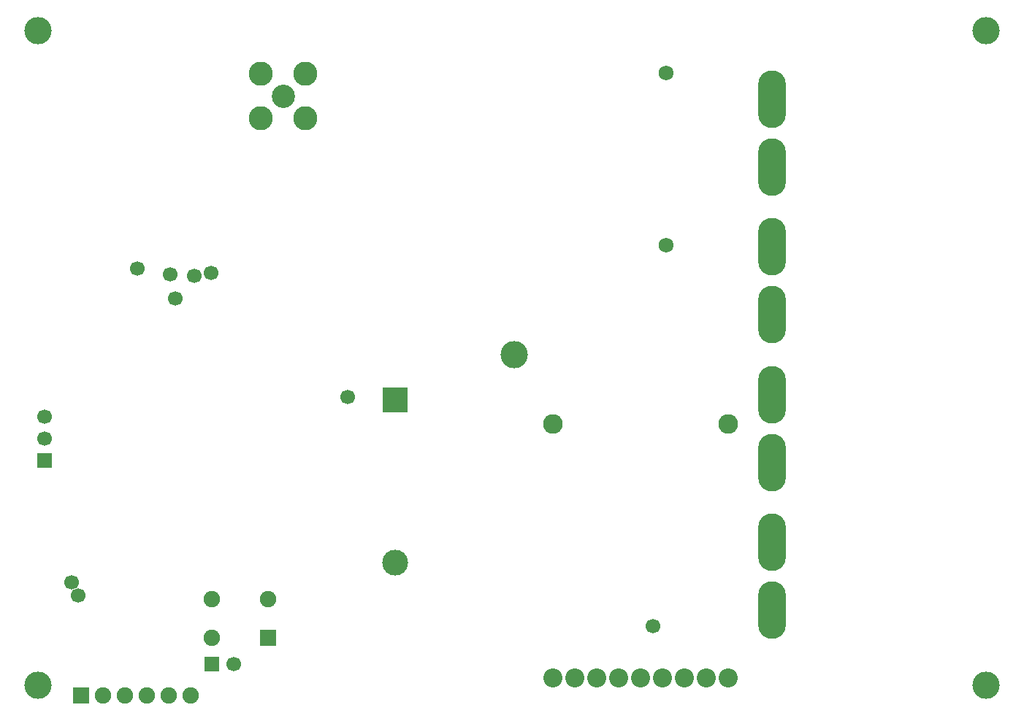
<source format=gbr>
%TF.GenerationSoftware,Novarm,DipTrace,3.3.1.1*%
%TF.CreationDate,2019-02-09T17:58:52-08:00*%
%FSLAX26Y26*%
%MOIN*%
%TF.FileFunction,Soldermask,Bot*%
%TF.Part,Single*%
%ADD65C,0.09*%
%ADD66C,0.125*%
%ADD76C,0.066935*%
%ADD78C,0.086896*%
%ADD112C,0.074809*%
%ADD114R,0.074809X0.074809*%
%ADD116O,0.12599X0.263786*%
%ADD118C,0.06788*%
%ADD120C,0.066935*%
%ADD122R,0.066935X0.066935*%
%ADD126C,0.118116*%
%ADD128R,0.118116X0.118116*%
%ADD140C,0.106305*%
%ADD142C,0.110242*%
G75*
G01*
%LPD*%
D142*
X1566501Y3137749D3*
X1769257D3*
Y3340505D3*
X1566501D3*
D140*
X1667879Y3239127D3*
D128*
X2178999Y1850249D3*
D126*
Y1108517D3*
D122*
X578992Y1575106D3*
D120*
Y1675106D3*
Y1775106D3*
D118*
X3416194Y3343671D3*
Y2556269D3*
D116*
X3897661Y2550570D3*
Y2239546D3*
X3897749Y1200463D3*
Y889440D3*
Y3225249D3*
Y2914226D3*
Y1875392D3*
Y1564369D3*
D122*
X1341500Y643999D3*
D120*
X1441500D3*
D114*
X744000Y500249D3*
D112*
X844000D3*
X944000D3*
X1044000D3*
X1144000D3*
X1244000D3*
D114*
X1597751Y762749D3*
D112*
Y939915D3*
X1341845D3*
Y762749D3*
D78*
X2897749Y581499D3*
X2997749D3*
X3097749D3*
X3197749D3*
X3297749D3*
X3397749D3*
X3497749D3*
X3597749D3*
X3697749D3*
D65*
X2897749Y1741499D3*
X3697749D3*
D66*
X549000Y3539000D3*
X2722751Y2056500D3*
X549000Y549000D3*
X4874000D3*
Y3539000D3*
D76*
X1962749Y1862749D3*
X700249Y1019000D3*
X731500Y956500D3*
X1000249Y2450249D3*
X1175249Y2312749D3*
X1150249Y2425249D3*
X1262749Y2419000D3*
X1337749Y2431500D3*
X3356500Y819000D3*
M02*

</source>
